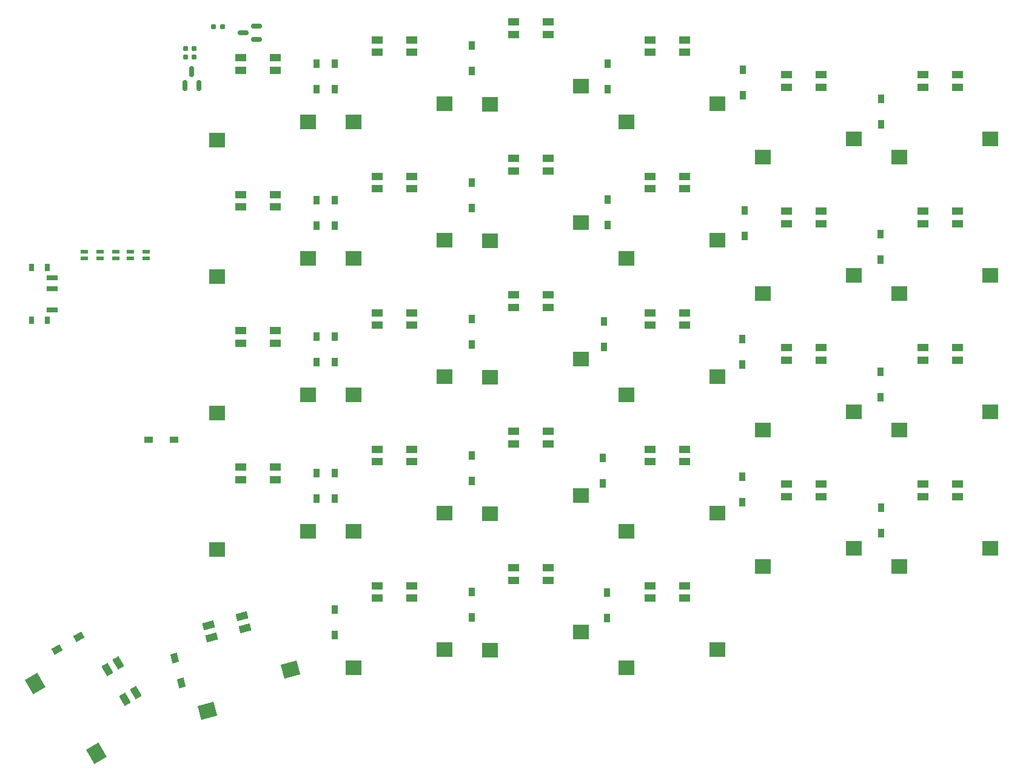
<source format=gbp>
G04 #@! TF.GenerationSoftware,KiCad,Pcbnew,8.99.0-3407-g6a48e2c35a*
G04 #@! TF.CreationDate,2025-03-01T16:00:38+00:00*
G04 #@! TF.ProjectId,DragonBoard,44726167-6f6e-4426-9f61-72642e6b6963,rev?*
G04 #@! TF.SameCoordinates,Original*
G04 #@! TF.FileFunction,Paste,Bot*
G04 #@! TF.FilePolarity,Positive*
%FSLAX46Y46*%
G04 Gerber Fmt 4.6, Leading zero omitted, Abs format (unit mm)*
G04 Created by KiCad (PCBNEW 8.99.0-3407-g6a48e2c35a) date 2025-03-01 16:00:38*
%MOMM*%
%LPD*%
G01*
G04 APERTURE LIST*
G04 Aperture macros list*
%AMRoundRect*
0 Rectangle with rounded corners*
0 $1 Rounding radius*
0 $2 $3 $4 $5 $6 $7 $8 $9 X,Y pos of 4 corners*
0 Add a 4 corners polygon primitive as box body*
4,1,4,$2,$3,$4,$5,$6,$7,$8,$9,$2,$3,0*
0 Add four circle primitives for the rounded corners*
1,1,$1+$1,$2,$3*
1,1,$1+$1,$4,$5*
1,1,$1+$1,$6,$7*
1,1,$1+$1,$8,$9*
0 Add four rect primitives between the rounded corners*
20,1,$1+$1,$2,$3,$4,$5,0*
20,1,$1+$1,$4,$5,$6,$7,0*
20,1,$1+$1,$6,$7,$8,$9,0*
20,1,$1+$1,$8,$9,$2,$3,0*%
%AMRotRect*
0 Rectangle, with rotation*
0 The origin of the aperture is its center*
0 $1 length*
0 $2 width*
0 $3 Rotation angle, in degrees counterclockwise*
0 Add horizontal line*
21,1,$1,$2,0,0,$3*%
G04 Aperture macros list end*
%ADD10RoundRect,0.160000X-0.197500X-0.160000X0.197500X-0.160000X0.197500X0.160000X-0.197500X0.160000X0*%
%ADD11RoundRect,0.150000X0.587500X0.150000X-0.587500X0.150000X-0.587500X-0.150000X0.587500X-0.150000X0*%
%ADD12R,0.950000X1.300000*%
%ADD13R,1.300000X0.950000*%
%ADD14RotRect,1.300000X0.950000X210.000000*%
%ADD15RotRect,1.300000X0.950000X285.000000*%
%ADD16R,1.600000X1.000000*%
%ADD17R,2.300000X2.000000*%
%ADD18RotRect,1.600000X1.000000X120.000000*%
%ADD19RotRect,2.300000X2.000000X300.000000*%
%ADD20RotRect,1.600000X1.000000X195.000000*%
%ADD21RotRect,2.300000X2.000000X15.000000*%
%ADD22R,1.000000X0.600000*%
%ADD23RoundRect,0.160000X0.197500X0.160000X-0.197500X0.160000X-0.197500X-0.160000X0.197500X-0.160000X0*%
%ADD24RoundRect,0.150000X0.150000X-0.587500X0.150000X0.587500X-0.150000X0.587500X-0.150000X-0.587500X0*%
%ADD25R,0.800000X1.000000*%
%ADD26R,1.500000X0.700000*%
G04 APERTURE END LIST*
D10*
X115534120Y-39302640D03*
X114339120Y-39302640D03*
D11*
X118464120Y-40152640D03*
X120339120Y-41102640D03*
X120339120Y-39202640D03*
D12*
X128705000Y-44452000D03*
X128705000Y-48002000D03*
X131245000Y-44455000D03*
X131245000Y-48005000D03*
X150345000Y-41955000D03*
X150345000Y-45505000D03*
X169345000Y-44455000D03*
X169345000Y-48005000D03*
X188239100Y-45327600D03*
X188239100Y-48877600D03*
X207545000Y-49355000D03*
X207545000Y-52905000D03*
X128705000Y-82555000D03*
X128705000Y-86105000D03*
X128705000Y-101655000D03*
X128705000Y-105205000D03*
D13*
X105225000Y-97000000D03*
X108775000Y-97000000D03*
D14*
X95544195Y-124463500D03*
X92469805Y-126238500D03*
D12*
X128705000Y-63555000D03*
X128705000Y-67105000D03*
X131245000Y-63555000D03*
X131245000Y-67105000D03*
X150345000Y-61045000D03*
X150345000Y-64595000D03*
X169345000Y-63455000D03*
X169345000Y-67005000D03*
X188439100Y-64927600D03*
X188439100Y-68477600D03*
X207445000Y-68255000D03*
X207445000Y-71805000D03*
D15*
X108914596Y-127446482D03*
X109833404Y-130875518D03*
D12*
X150345000Y-80145000D03*
X150345000Y-83695000D03*
X168839100Y-80427600D03*
X168839100Y-83977600D03*
X188139100Y-82927600D03*
X188139100Y-86477600D03*
X207445000Y-87455000D03*
X207445000Y-91005000D03*
X131245000Y-120655000D03*
X131245000Y-124205000D03*
X150345000Y-118245000D03*
X150345000Y-121795000D03*
X207495000Y-106455000D03*
X207495000Y-110005000D03*
X131245000Y-101655000D03*
X131245000Y-105205000D03*
X150345000Y-99145000D03*
X150345000Y-102695000D03*
X168639100Y-99527600D03*
X168639100Y-103077600D03*
X188139100Y-102127600D03*
X188139100Y-105677600D03*
X131245000Y-82555000D03*
X131245000Y-86105000D03*
X169239100Y-118327600D03*
X169239100Y-121877600D03*
D16*
X180100000Y-119074999D03*
X180100000Y-117324999D03*
X175300000Y-117324999D03*
X175300000Y-119074999D03*
D17*
X184700000Y-126279999D03*
X172000000Y-128819999D03*
D16*
X180100000Y-61927640D03*
X180100000Y-60177640D03*
X175300000Y-60177640D03*
X175300000Y-61927640D03*
D17*
X184700000Y-69132640D03*
X172000000Y-71672640D03*
D16*
X218200000Y-66824999D03*
X218200000Y-65074999D03*
X213400000Y-65074999D03*
X213400000Y-66824999D03*
D17*
X222800000Y-74029999D03*
X210100000Y-76569999D03*
D16*
X180100000Y-80975000D03*
X180100000Y-79225000D03*
X175300000Y-79225000D03*
X175300000Y-80975000D03*
D17*
X184700000Y-88180000D03*
X172000000Y-90720000D03*
D16*
X218200000Y-85874999D03*
X218200000Y-84124999D03*
X213400000Y-84124999D03*
X213400000Y-85874999D03*
D17*
X222800000Y-93079999D03*
X210100000Y-95619999D03*
D16*
X218200000Y-104925000D03*
X218200000Y-103175000D03*
X213400000Y-103175000D03*
X213400000Y-104925000D03*
D17*
X222800000Y-112130000D03*
X210100000Y-114670000D03*
D16*
X122950000Y-83475000D03*
X122950000Y-81725000D03*
X118150000Y-81725000D03*
X118150000Y-83475000D03*
D17*
X127550000Y-90680000D03*
X114850000Y-93220000D03*
D16*
X199150000Y-47775000D03*
X199150000Y-46025000D03*
X194350000Y-46025000D03*
X194350000Y-47775000D03*
D17*
X203750000Y-54980000D03*
X191050000Y-57520000D03*
D16*
X199150000Y-85875000D03*
X199150000Y-84125000D03*
X194350000Y-84125000D03*
X194350000Y-85875000D03*
D17*
X203750000Y-93080000D03*
X191050000Y-95620000D03*
D18*
X101916571Y-133168601D03*
X103432116Y-132293601D03*
X101032116Y-128136679D03*
X99516571Y-129011679D03*
D19*
X97976858Y-140754818D03*
X89427154Y-131026295D03*
D16*
X199150000Y-104925000D03*
X199150000Y-103175000D03*
X194350000Y-103175000D03*
X194350000Y-104925000D03*
D17*
X203750000Y-112130000D03*
X191050000Y-114670000D03*
D16*
X122950000Y-102525000D03*
X122950000Y-100775000D03*
X118150000Y-100775000D03*
X118150000Y-102525000D03*
D17*
X127550000Y-109730000D03*
X114850000Y-112270000D03*
D16*
X122950000Y-64475000D03*
X122950000Y-62725000D03*
X118150000Y-62725000D03*
X118150000Y-64475000D03*
D17*
X127550000Y-71680000D03*
X114850000Y-74220000D03*
D16*
X142000000Y-61925000D03*
X142000000Y-60175000D03*
X137200000Y-60175000D03*
X137200000Y-61925000D03*
D17*
X146600000Y-69130000D03*
X133900000Y-71670000D03*
D16*
X161050004Y-40375000D03*
X161050002Y-38625002D03*
X156250005Y-38625001D03*
X156250000Y-40375000D03*
D17*
X165650004Y-47579999D03*
X152950004Y-50120000D03*
D16*
X180100000Y-42875000D03*
X180100000Y-41125000D03*
X175300000Y-41125000D03*
X175300000Y-42875000D03*
D17*
X184700000Y-50080000D03*
X172000000Y-52620000D03*
D16*
X199150000Y-66825000D03*
X199150000Y-65075000D03*
X194350000Y-65075000D03*
X194350000Y-66825000D03*
D17*
X203750000Y-74030000D03*
X191050000Y-76570000D03*
D16*
X161050000Y-116574999D03*
X161050000Y-114824999D03*
X156250000Y-114824999D03*
X156250000Y-116574999D03*
D17*
X165650000Y-123779999D03*
X152950000Y-126319999D03*
D16*
X142000004Y-42875000D03*
X142000002Y-41125002D03*
X137200005Y-41125001D03*
X137200000Y-42875000D03*
D17*
X146600004Y-50079999D03*
X133900004Y-52620000D03*
D16*
X122950000Y-45374996D03*
X122949997Y-43624998D03*
X118150000Y-43624998D03*
X118149997Y-45374997D03*
D17*
X127550001Y-52579996D03*
X114850000Y-55120000D03*
D16*
X161050000Y-59425000D03*
X161050000Y-57675000D03*
X156250000Y-57675000D03*
X156250000Y-59425000D03*
D17*
X165650000Y-66630000D03*
X152950000Y-69170000D03*
D16*
X161050000Y-97525000D03*
X161050000Y-95775000D03*
X156250000Y-95775000D03*
X156250000Y-97525000D03*
D17*
X165650000Y-104730000D03*
X152950000Y-107270000D03*
D16*
X142000000Y-100024999D03*
X142000000Y-98274999D03*
X137200000Y-98274999D03*
X137200000Y-100024999D03*
D17*
X146600000Y-107229999D03*
X133900000Y-109769999D03*
D16*
X142000000Y-119075000D03*
X142000000Y-117325000D03*
X137200000Y-117325000D03*
X137200000Y-119075000D03*
D17*
X146600000Y-126280000D03*
X133900000Y-128820000D03*
D16*
X180100000Y-100025000D03*
X180100000Y-98275000D03*
X175300000Y-98275000D03*
X175300000Y-100025000D03*
D17*
X184700000Y-107230000D03*
X172000000Y-109770000D03*
D16*
X161050000Y-78475000D03*
X161050000Y-76725000D03*
X156250000Y-76725000D03*
X156250000Y-78475000D03*
D17*
X165650000Y-85680000D03*
X152950000Y-88220000D03*
D16*
X142000000Y-80975000D03*
X142000000Y-79225000D03*
X137200000Y-79225000D03*
X137200000Y-80975000D03*
D17*
X146600000Y-88180000D03*
X133900000Y-90720000D03*
D16*
X218200000Y-47775000D03*
X218200000Y-46025000D03*
X213400000Y-46025000D03*
X213400000Y-47775000D03*
D17*
X222800000Y-54980000D03*
X210100000Y-57520000D03*
D20*
X118721184Y-123311426D03*
X118268248Y-121621059D03*
X113631807Y-122863389D03*
X114084737Y-124553759D03*
D21*
X125029235Y-129080354D03*
X113419377Y-134820811D03*
D22*
X100639100Y-71652600D03*
X100639100Y-70752600D03*
X98439100Y-71652600D03*
X98439100Y-70752600D03*
X96229100Y-71652600D03*
X96229100Y-70752600D03*
X102739100Y-71652600D03*
X102739100Y-70752600D03*
X104929100Y-71652600D03*
X104929100Y-70752600D03*
D10*
X110421786Y-43502964D03*
X111616786Y-43502964D03*
D23*
X111616786Y-42389050D03*
X110421786Y-42389050D03*
D24*
X112239120Y-47477640D03*
X110339120Y-47477640D03*
X111289120Y-45602640D03*
D25*
X88884100Y-80252600D03*
X91094100Y-80252600D03*
X88884100Y-72952600D03*
X91094100Y-72952600D03*
D26*
X91744100Y-74352600D03*
X91744100Y-75852600D03*
X91744100Y-78852600D03*
M02*

</source>
